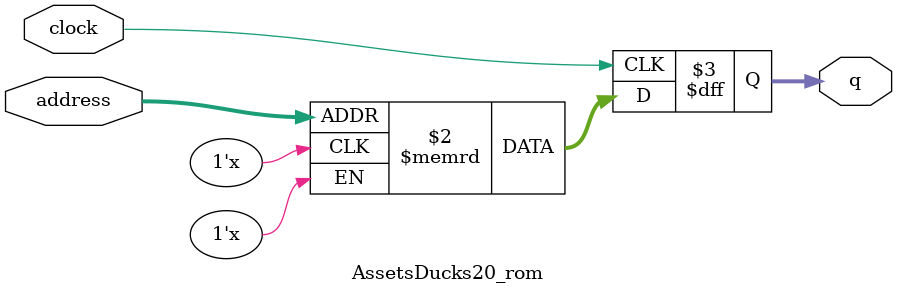
<source format=sv>
module AssetsDucks20_rom (
	input logic clock,
	input logic [11:0] address,
	output logic [3:0] q
);

logic [3:0] memory [0:4095] /* synthesis ram_init_file = "./AssetsDucks20/AssetsDucks20.mif" */;

always_ff @ (posedge clock) begin
	q <= memory[address];
end

endmodule

</source>
